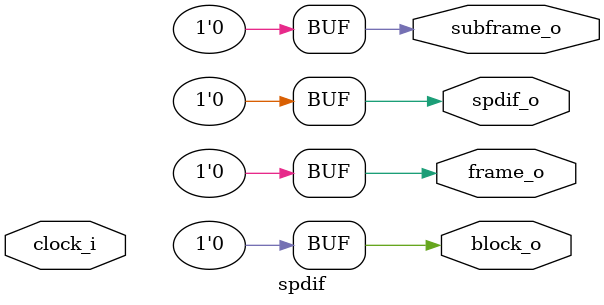
<source format=v>
module spdif(	// file.cleaned.mlir:2:3
  input  clock_i,	// file.cleaned.mlir:2:23
  output spdif_o,	// file.cleaned.mlir:2:42
         block_o,	// file.cleaned.mlir:2:60
         frame_o,	// file.cleaned.mlir:2:78
         subframe_o	// file.cleaned.mlir:2:96
);

  assign spdif_o = 1'h0;	// file.cleaned.mlir:3:14, :4:5
  assign block_o = 1'h0;	// file.cleaned.mlir:3:14, :4:5
  assign frame_o = 1'h0;	// file.cleaned.mlir:3:14, :4:5
  assign subframe_o = 1'h0;	// file.cleaned.mlir:3:14, :4:5
endmodule


</source>
